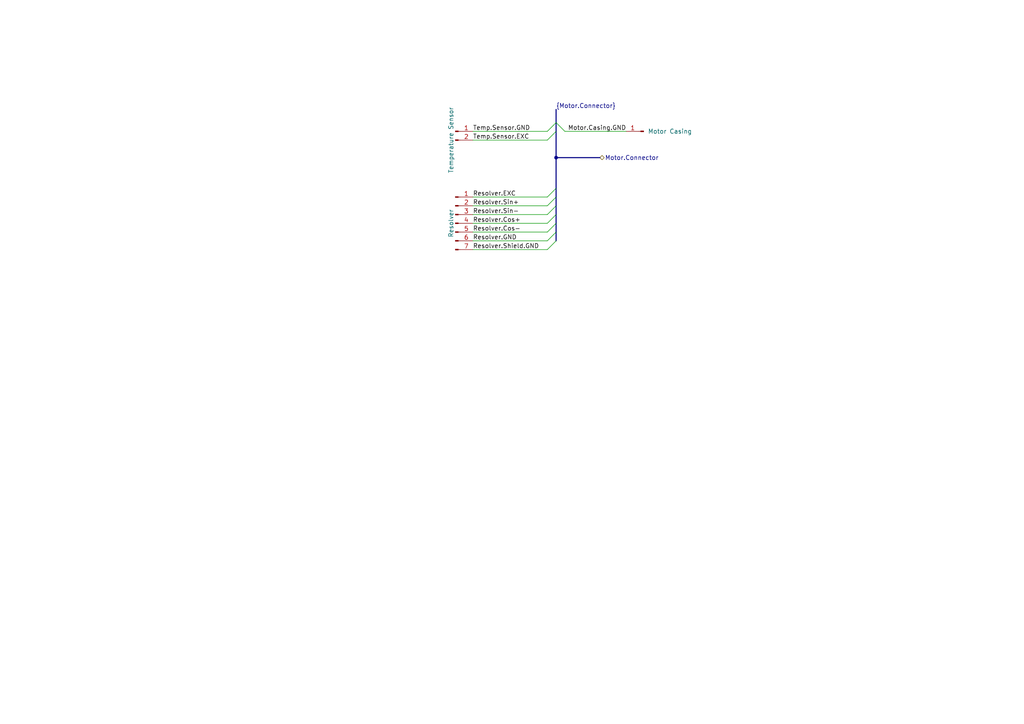
<source format=kicad_sch>
(kicad_sch (version 20230121) (generator eeschema)
  (paper "A4")
  (lib_symbols
    (symbol "Connector:Conn_01x01_Pin" (pin_names (offset 1.016) hide)
      (property "Reference" "J" (at 0 2.54 0))
      (property "Value" "Conn_01x01_Pin" (at 0 -2.54 0))
      (symbol "Conn_01x01_Pin_1_1"
        (polyline (pts (xy 1.27 0) (xy 0.8636 0)) (stroke (width 0.1524)))
        (rectangle (start 0.8636 0.127) (end 0 -0.127) (stroke (width 0.1524)) (fill (type outline)))
        (pin passive line (at 5.08 0 180) (length 3.81) (name "Pin_1") (number "1"))
      )
    )
    (symbol "Connector:Conn_01x02_Pin" (pin_names (offset 1.016) hide)
      (property "Reference" "J" (at 0 2.54 0))
      (property "Value" "Conn_01x02_Pin" (at 0 -5.08 0))
      (symbol "Conn_01x02_Pin_1_1"
        (polyline (pts (xy 1.27 -2.54) (xy 0.8636 -2.54)) (stroke (width 0.1524)))
        (polyline (pts (xy 1.27 0) (xy 0.8636 0)) (stroke (width 0.1524)))
        (rectangle (start 0.8636 -2.413) (end 0 -2.667) (stroke (width 0.1524)) (fill (type outline)))
        (rectangle (start 0.8636 0.127) (end 0 -0.127) (stroke (width 0.1524)) (fill (type outline)))
        (pin passive line (at 5.08 0 180) (length 3.81) (name "Pin_1") (number "1"))
        (pin passive line (at 5.08 -2.54 180) (length 3.81) (name "Pin_2") (number "2"))
      )
    )
    (symbol "Connector:Conn_01x07_Pin" (pin_names (offset 1.016) hide)
      (property "Reference" "J" (at 0 10.16 0))
      (property "Value" "Conn_01x07_Pin" (at 0 -10.16 0))
      (symbol "Conn_01x07_Pin_1_1"
        (polyline (pts (xy 1.27 -7.62) (xy 0.8636 -7.62)) (stroke (width 0.1524)))
        (polyline (pts (xy 1.27 -5.08) (xy 0.8636 -5.08)) (stroke (width 0.1524)))
        (polyline (pts (xy 1.27 -2.54) (xy 0.8636 -2.54)) (stroke (width 0.1524)))
        (polyline (pts (xy 1.27 0) (xy 0.8636 0)) (stroke (width 0.1524)))
        (polyline (pts (xy 1.27 2.54) (xy 0.8636 2.54)) (stroke (width 0.1524)))
        (polyline (pts (xy 1.27 5.08) (xy 0.8636 5.08)) (stroke (width 0.1524)))
        (polyline (pts (xy 1.27 7.62) (xy 0.8636 7.62)) (stroke (width 0.1524)))
        (rectangle (start 0.8636 -7.493) (end 0 -7.747) (stroke (width 0.1524)) (fill (type outline)))
        (rectangle (start 0.8636 -4.953) (end 0 -5.207) (stroke (width 0.1524)) (fill (type outline)))
        (rectangle (start 0.8636 -2.413) (end 0 -2.667) (stroke (width 0.1524)) (fill (type outline)))
        (rectangle (start 0.8636 0.127) (end 0 -0.127) (stroke (width 0.1524)) (fill (type outline)))
        (rectangle (start 0.8636 2.667) (end 0 2.413) (stroke (width 0.1524)) (fill (type outline)))
        (rectangle (start 0.8636 5.207) (end 0 4.953) (stroke (width 0.1524)) (fill (type outline)))
        (rectangle (start 0.8636 7.747) (end 0 7.493) (stroke (width 0.1524)) (fill (type outline)))
        (pin passive line (at 5.08 7.62 180) (length 3.81) (name "Pin_1") (number "1"))
        (pin passive line (at 5.08 5.08 180) (length 3.81) (name "Pin_2") (number "2"))
        (pin passive line (at 5.08 2.54 180) (length 3.81) (name "Pin_3") (number "3"))
        (pin passive line (at 5.08 0 180) (length 3.81) (name "Pin_4") (number "4"))
        (pin passive line (at 5.08 -2.54 180) (length 3.81) (name "Pin_5") (number "5"))
        (pin passive line (at 5.08 -5.08 180) (length 3.81) (name "Pin_6") (number "6"))
        (pin passive line (at 5.08 -7.62 180) (length 3.81) (name "Pin_7") (number "7"))
      )
    )
  )
  (bus_alias "Motor.Inverter" (members "Resolver.EXC" "Resolver.Sin+" "Resolver.Sin-" "Resolver.Cos+" "Resolver.Cos-" "Resolver.GND" "Resolver.Shield.GND" "Temp.Sensor.EXC" "Temp.Sensor.GND" "Motor.Casing.GND"))
  (junction (at 161.29 45.72))
  (bus_entry (at 161.29 59.69) (size -2.54 2.54))
  (bus_entry (at 161.29 69.85) (size -2.54 2.54))
  (bus_entry (at 161.29 54.61) (size -2.54 2.54))
  (bus_entry (at 161.29 35.56) (size 2.54 2.54))
  (bus_entry (at 161.29 62.23) (size -2.54 2.54))
  (bus_entry (at 161.29 64.77) (size -2.54 2.54))
  (bus_entry (at 161.29 57.15) (size -2.54 2.54))
  (bus_entry (at 161.29 38.1) (size -2.54 2.54))
  (bus_entry (at 161.29 67.31) (size -2.54 2.54))
  (bus_entry (at 161.29 35.56) (size -2.54 2.54))
  (bus (pts (xy 161.29 35.56) (xy 161.29 38.1)))
  (wire (pts (xy 137.16 64.77) (xy 158.75 64.77)))
  (bus (pts (xy 161.29 64.77) (xy 161.29 67.31)))
  (bus (pts (xy 161.29 54.61) (xy 161.29 57.15)))
  (bus (pts (xy 161.29 62.23) (xy 161.29 64.77)))
  (wire (pts (xy 137.16 57.15) (xy 158.75 57.15)))
  (bus (pts (xy 161.29 45.72) (xy 161.29 54.61)))
  (wire (pts (xy 137.16 59.69) (xy 158.75 59.69)))
  (wire (pts (xy 163.83 38.1) (xy 181.61 38.1)))
  (wire (pts (xy 137.16 38.1) (xy 158.75 38.1)))
  (wire (pts (xy 137.16 69.85) (xy 158.75 69.85)))
  (bus (pts (xy 161.29 31.75) (xy 161.29 35.56)))
  (wire (pts (xy 137.16 67.31) (xy 158.75 67.31)))
  (bus (pts (xy 161.29 45.72) (xy 173.99 45.72)))
  (bus (pts (xy 161.29 38.1) (xy 161.29 45.72)))
  (wire (pts (xy 137.16 62.23) (xy 158.75 62.23)))
  (bus (pts (xy 161.29 59.69) (xy 161.29 62.23)))
  (bus (pts (xy 161.29 67.31) (xy 161.29 69.85)))
  (bus (pts (xy 161.29 57.15) (xy 161.29 59.69)))
  (wire (pts (xy 137.16 72.39) (xy 158.75 72.39)))
  (wire (pts (xy 137.16 40.64) (xy 158.75 40.64)))
  (label "Resolver.EXC" (at 137.16 57.15 0))
  (label "Motor.Casing.GND" (at 181.61 38.1 180))
  (label "Resolver.Cos+" (at 137.16 64.77 0))
  (label "Resolver.Cos-" (at 137.16 67.31 0))
  (label "Temp.Sensor.EXC" (at 137.16 40.64 0))
  (label "Resolver.GND" (at 137.16 69.85 0))
  (label "Resolver.Sin-" (at 137.16 62.23 0))
  (label "Resolver.Sin+" (at 137.16 59.69 0))
  (label "{Motor.Connector}" (at 161.29 31.75 0))
  (label "Resolver.Shield.GND" (at 137.16 72.39 0))
  (label "Temp.Sensor.GND" (at 137.16 38.1 0))
  (hierarchical_label "Motor.Connector" (shape bidirectional) (at 173.99 45.72 0))
  (symbol (lib_id "Connector:Conn_01x07_Pin") (at 132.08 64.77 0) (unit 1)
    (property "Reference" "J20" (effects hide))
    (property "Value" "Resolver" (at 130.81 64.77 90))
  )
  (symbol (lib_id "Connector:Conn_01x02_Pin") (at 132.08 38.1 0) (unit 1)
    (property "Reference" "J21" (effects hide))
    (property "Value" "Temperature Sensor" (at 130.81 40.64 90))
  )
  (symbol (lib_id "Connector:Conn_01x01_Pin") (at 186.69 38.1 180) (unit 1)
    (property "Reference" "J25" (effects hide))
    (property "Value" "Motor Casing" (at 194.31 38.1 0))
  )
)
</source>
